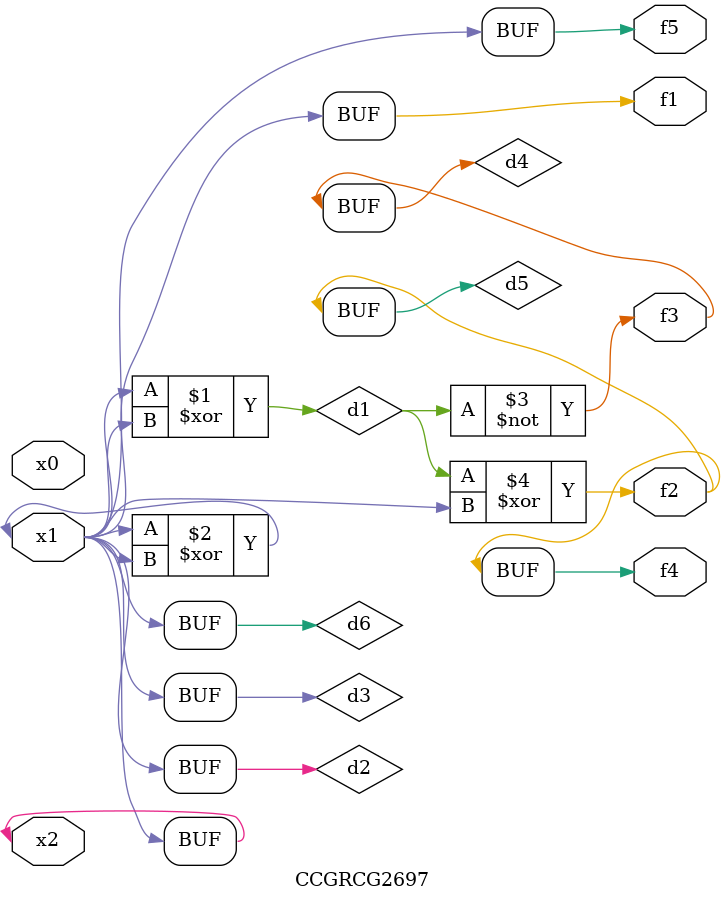
<source format=v>
module CCGRCG2697(
	input x0, x1, x2,
	output f1, f2, f3, f4, f5
);

	wire d1, d2, d3, d4, d5, d6;

	xor (d1, x1, x2);
	buf (d2, x1, x2);
	xor (d3, x1, x2);
	nor (d4, d1);
	xor (d5, d1, d2);
	buf (d6, d2, d3);
	assign f1 = d6;
	assign f2 = d5;
	assign f3 = d4;
	assign f4 = d5;
	assign f5 = d6;
endmodule

</source>
